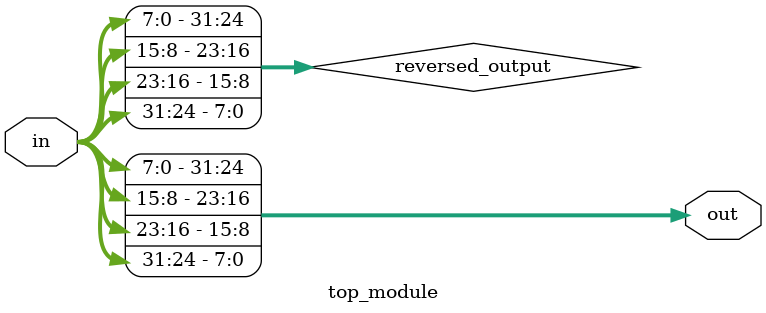
<source format=sv>
module top_module (
	input [31:0] in,
	output [31:0] out
);

	// Define wire for reversed output
	wire [31:0] reversed_output;

	// Reverse the byte order of the 32-bit input vector
	assign reversed_output = {in[7:0], in[15:8], in[23:16], in[31:24]};

	// Assign the reversed output to the output port
	assign out = reversed_output;

endmodule

</source>
